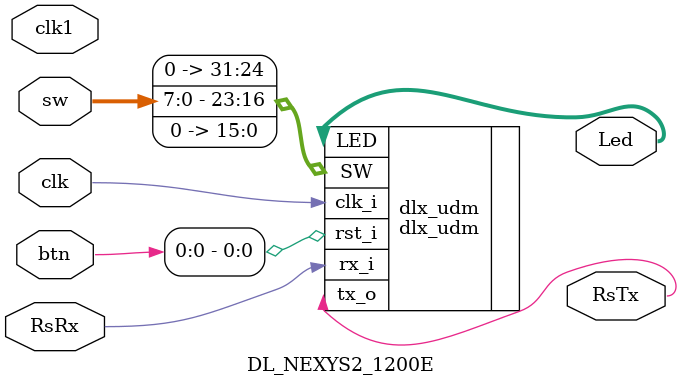
<source format=v>
module DL_NEXYS2_1200E
(
	input 	clk, clk1,

	input 	[7:0] sw,
	input	[3:0] btn,
	output 	[7:0] Led,

	input 	RsRx,
	output	RsTx
);

dlx_udm
#(
	//.mem_data("../../../../activecore/dlx/sw/io_heartbeat/io_heartbeat.hex"),
	.mem_data("../../../../activecore/dlx/sw/io_heartbeat_variable/io_heartbeat_variable.hex"),
	.mem_size(1024)
) dlx_udm
(
	.clk_i(clk),
	.rst_i(btn[0]),
	.rx_i(RsRx),
	.tx_o(RsTx),
	.SW({8'h0, sw, 16'h0}),
	.LED(Led)
);

endmodule

</source>
